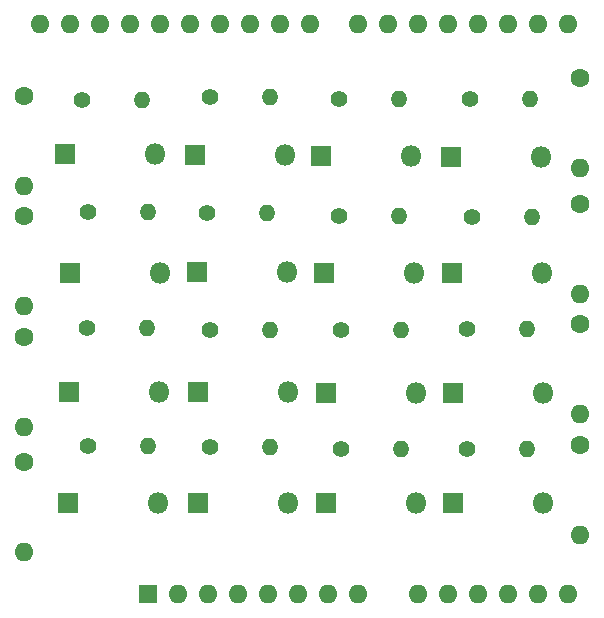
<source format=gbr>
%TF.GenerationSoftware,KiCad,Pcbnew,(6.0.10)*%
%TF.CreationDate,2023-01-21T21:44:47-06:00*%
%TF.ProjectId,Keypad,4b657970-6164-42e6-9b69-6361645f7063,rev?*%
%TF.SameCoordinates,Original*%
%TF.FileFunction,Soldermask,Bot*%
%TF.FilePolarity,Negative*%
%FSLAX46Y46*%
G04 Gerber Fmt 4.6, Leading zero omitted, Abs format (unit mm)*
G04 Created by KiCad (PCBNEW (6.0.10)) date 2023-01-21 21:44:47*
%MOMM*%
%LPD*%
G01*
G04 APERTURE LIST*
%ADD10R,1.800000X1.800000*%
%ADD11O,1.800000X1.800000*%
%ADD12C,1.400000*%
%ADD13O,1.400000X1.400000*%
%ADD14C,1.600000*%
%ADD15O,1.600000X1.600000*%
%ADD16R,1.600000X1.600000*%
G04 APERTURE END LIST*
D10*
%TO.C,D8*%
X128422400Y-87299800D03*
D11*
X136042400Y-87299800D03*
%TD*%
D12*
%TO.C,SW12*%
X140487400Y-82727800D03*
D13*
X145567400Y-82727800D03*
%TD*%
D10*
%TO.C,D16*%
X150012400Y-87299800D03*
D11*
X157632400Y-87299800D03*
%TD*%
D14*
%TO.C,R1_330*%
X160782000Y-82423000D03*
D15*
X160782000Y-90043000D03*
%TD*%
D10*
%TO.C,D13*%
X149834600Y-57988200D03*
D11*
X157454600Y-57988200D03*
%TD*%
D12*
%TO.C,SW14*%
X151587200Y-63093600D03*
D13*
X156667200Y-63093600D03*
%TD*%
D10*
%TO.C,D7*%
X128422400Y-77901800D03*
D11*
X136042400Y-77901800D03*
%TD*%
D12*
%TO.C,SW6*%
X129133600Y-62788800D03*
D13*
X134213600Y-62788800D03*
%TD*%
D12*
%TO.C,SW9*%
X140309600Y-53111400D03*
D13*
X145389600Y-53111400D03*
%TD*%
D10*
%TO.C,D6*%
X128295400Y-67741800D03*
D11*
X135915400Y-67741800D03*
%TD*%
D12*
%TO.C,SW11*%
X140487400Y-72694800D03*
D13*
X145567400Y-72694800D03*
%TD*%
D14*
%TO.C,R2_330*%
X160782000Y-72136000D03*
D15*
X160782000Y-79756000D03*
%TD*%
D14*
%TO.C,R3_330*%
X160782000Y-61976000D03*
D15*
X160782000Y-69596000D03*
%TD*%
D10*
%TO.C,D1*%
X117144800Y-57785000D03*
D11*
X124764800Y-57785000D03*
%TD*%
D10*
%TO.C,D9*%
X138836400Y-57937400D03*
D11*
X146456400Y-57937400D03*
%TD*%
D10*
%TO.C,D10*%
X139090400Y-67868800D03*
D11*
X146710400Y-67868800D03*
%TD*%
D10*
%TO.C,D14*%
X149885400Y-67868800D03*
D11*
X157505400Y-67868800D03*
%TD*%
D10*
%TO.C,D4*%
X117373400Y-87299800D03*
D11*
X124993400Y-87299800D03*
%TD*%
D10*
%TO.C,D11*%
X139217400Y-78028800D03*
D11*
X146837400Y-78028800D03*
%TD*%
D12*
%TO.C,SW15*%
X151155400Y-72567800D03*
D13*
X156235400Y-72567800D03*
%TD*%
D14*
%TO.C,R5_1K*%
X113665000Y-52832000D03*
D15*
X113665000Y-60452000D03*
%TD*%
D10*
%TO.C,D3*%
X117500400Y-77876400D03*
D11*
X125120400Y-77876400D03*
%TD*%
%TO.C,D5*%
X135788400Y-57835800D03*
D10*
X128168400Y-57835800D03*
%TD*%
%TO.C,D12*%
X139217400Y-87299800D03*
D11*
X146837400Y-87299800D03*
%TD*%
D12*
%TO.C,SW13*%
X151434800Y-53111400D03*
D13*
X156514800Y-53111400D03*
%TD*%
D12*
%TO.C,SW5*%
X129387600Y-52959000D03*
D13*
X134467600Y-52959000D03*
%TD*%
D16*
%TO.C,Keypad*%
X124206000Y-94996000D03*
D15*
X126746000Y-94996000D03*
X129286000Y-94996000D03*
X131826000Y-94996000D03*
X134366000Y-94996000D03*
X136906000Y-94996000D03*
X139446000Y-94996000D03*
X141986000Y-94996000D03*
X147066000Y-94996000D03*
X149606000Y-94996000D03*
X152146000Y-94996000D03*
X154686000Y-94996000D03*
X157226000Y-94996000D03*
X159766000Y-94996000D03*
X159766000Y-46736000D03*
X157226000Y-46736000D03*
X154686000Y-46736000D03*
X152146000Y-46736000D03*
X149606000Y-46736000D03*
X147066000Y-46736000D03*
X144526000Y-46736000D03*
X141986000Y-46736000D03*
X137926000Y-46736000D03*
X135386000Y-46736000D03*
X132846000Y-46736000D03*
X130306000Y-46736000D03*
X127766000Y-46736000D03*
X125226000Y-46736000D03*
X122686000Y-46736000D03*
X120146000Y-46736000D03*
X117606000Y-46736000D03*
X115066000Y-46736000D03*
%TD*%
D12*
%TO.C,SW10*%
X140309600Y-62992000D03*
D13*
X145389600Y-62992000D03*
%TD*%
D12*
%TO.C,SW16*%
X151155400Y-82727800D03*
D13*
X156235400Y-82727800D03*
%TD*%
D14*
%TO.C,R7_1K*%
X113665000Y-73279000D03*
D15*
X113665000Y-80899000D03*
%TD*%
D10*
%TO.C,D15*%
X150012400Y-78028800D03*
D11*
X157632400Y-78028800D03*
%TD*%
D12*
%TO.C,SW8*%
X129413000Y-82600800D03*
D13*
X134493000Y-82600800D03*
%TD*%
D12*
%TO.C,SW4*%
X119100600Y-82448400D03*
D13*
X124180600Y-82448400D03*
%TD*%
D12*
%TO.C,SW3*%
X118999000Y-72491600D03*
D13*
X124079000Y-72491600D03*
%TD*%
D14*
%TO.C,R4_330*%
X160782000Y-51308000D03*
D15*
X160782000Y-58928000D03*
%TD*%
D12*
%TO.C,SW2*%
X119075200Y-62687200D03*
D13*
X124155200Y-62687200D03*
%TD*%
D14*
%TO.C,R6_1K*%
X113665000Y-62992000D03*
D15*
X113665000Y-70612000D03*
%TD*%
D10*
%TO.C,D2*%
X117576600Y-67818000D03*
D11*
X125196600Y-67818000D03*
%TD*%
D12*
%TO.C,SW1*%
X118618000Y-53213000D03*
D13*
X123698000Y-53213000D03*
%TD*%
D14*
%TO.C,R8_1K*%
X113665000Y-83820000D03*
D15*
X113665000Y-91440000D03*
%TD*%
D12*
%TO.C,SW7*%
X129438400Y-72694800D03*
D13*
X134518400Y-72694800D03*
%TD*%
M02*

</source>
